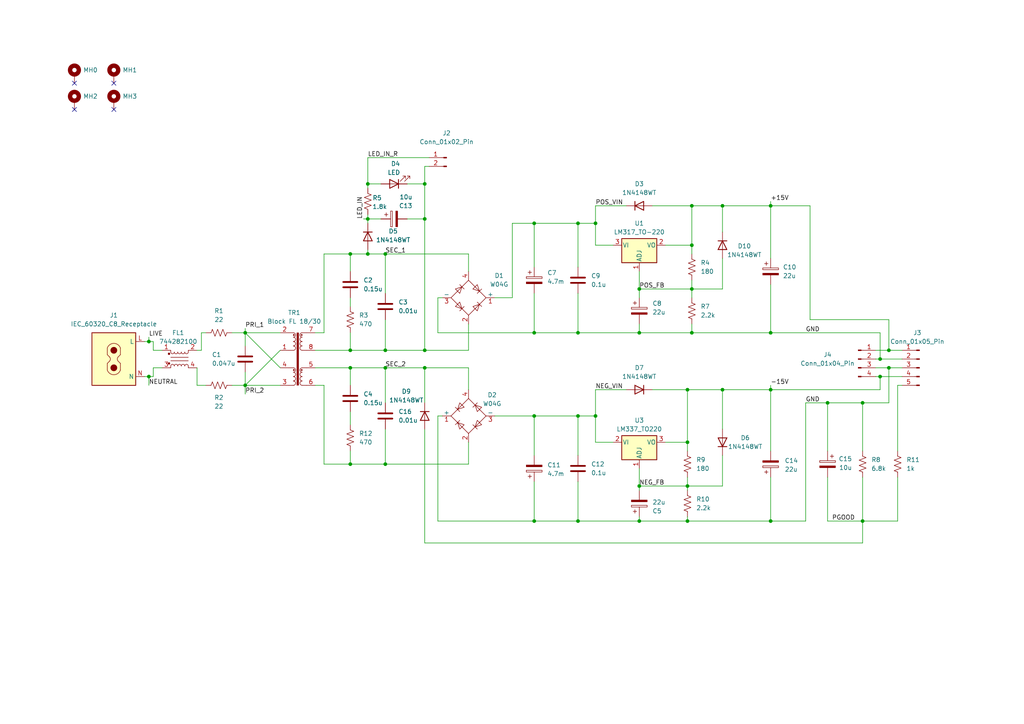
<source format=kicad_sch>
(kicad_sch (version 20231120) (generator "eeschema") (generator_version "8.0")
  (paper "A4")
  (title_block (title "+/-15V Reference PSU") (date "2024-12-22") (rev "A") (comment 1 "Schematic drawn from Omicron Amplifier by alexcp"))
  (lib_symbols
    (symbol "Connector:Conn_01x02_Pin" (pin_names (offset 1.016) hide)
      (property "Reference" "J" (at 0 2.54 0))
      (property "Value" "Conn_01x02_Pin" (at 0 -5.08 0))
      (symbol "Conn_01x02_Pin_1_1"
        (polyline (pts (xy 1.27 -2.54) (xy 0.8636 -2.54)) (stroke (width 0.1524)))
        (polyline (pts (xy 1.27 0) (xy 0.8636 0)) (stroke (width 0.1524)))
        (rectangle (start 0.8636 -2.413) (end 0 -2.667) (stroke (width 0.1524)) (fill (type outline)))
        (rectangle (start 0.8636 0.127) (end 0 -0.127) (stroke (width 0.1524)) (fill (type outline)))
        (pin passive line (at 5.08 0 180) (length 3.81) (name "Pin_1") (number "1"))
        (pin passive line (at 5.08 -2.54 180) (length 3.81) (name "Pin_2") (number "2"))
      )
    )
    (symbol "Connector:Conn_01x04_Pin" (pin_names (offset 1.016) hide)
      (property "Reference" "J" (at 0 5.08 0))
      (property "Value" "Conn_01x04_Pin" (at 0 -7.62 0))
      (symbol "Conn_01x04_Pin_1_1"
        (polyline (pts (xy 1.27 -5.08) (xy 0.8636 -5.08)) (stroke (width 0.1524)))
        (polyline (pts (xy 1.27 -2.54) (xy 0.8636 -2.54)) (stroke (width 0.1524)))
        (polyline (pts (xy 1.27 0) (xy 0.8636 0)) (stroke (width 0.1524)))
        (polyline (pts (xy 1.27 2.54) (xy 0.8636 2.54)) (stroke (width 0.1524)))
        (rectangle (start 0.8636 -4.953) (end 0 -5.207) (stroke (width 0.1524)) (fill (type outline)))
        (rectangle (start 0.8636 -2.413) (end 0 -2.667) (stroke (width 0.1524)) (fill (type outline)))
        (rectangle (start 0.8636 0.127) (end 0 -0.127) (stroke (width 0.1524)) (fill (type outline)))
        (rectangle (start 0.8636 2.667) (end 0 2.413) (stroke (width 0.1524)) (fill (type outline)))
        (pin passive line (at 5.08 2.54 180) (length 3.81) (name "Pin_1") (number "1"))
        (pin passive line (at 5.08 0 180) (length 3.81) (name "Pin_2") (number "2"))
        (pin passive line (at 5.08 -2.54 180) (length 3.81) (name "Pin_3") (number "3"))
        (pin passive line (at 5.08 -5.08 180) (length 3.81) (name "Pin_4") (number "4"))
      )
    )
    (symbol "Connector:Conn_01x05_Pin" (pin_names (offset 1.016) hide)
      (property "Reference" "J" (at 0 7.62 0))
      (property "Value" "Conn_01x05_Pin" (at 0 -7.62 0))
      (symbol "Conn_01x05_Pin_1_1"
        (polyline (pts (xy 1.27 -5.08) (xy 0.8636 -5.08)) (stroke (width 0.1524)))
        (polyline (pts (xy 1.27 -2.54) (xy 0.8636 -2.54)) (stroke (width 0.1524)))
        (polyline (pts (xy 1.27 0) (xy 0.8636 0)) (stroke (width 0.1524)))
        (polyline (pts (xy 1.27 2.54) (xy 0.8636 2.54)) (stroke (width 0.1524)))
        (polyline (pts (xy 1.27 5.08) (xy 0.8636 5.08)) (stroke (width 0.1524)))
        (rectangle (start 0.8636 -4.953) (end 0 -5.207) (stroke (width 0.1524)) (fill (type outline)))
        (rectangle (start 0.8636 -2.413) (end 0 -2.667) (stroke (width 0.1524)) (fill (type outline)))
        (rectangle (start 0.8636 0.127) (end 0 -0.127) (stroke (width 0.1524)) (fill (type outline)))
        (rectangle (start 0.8636 2.667) (end 0 2.413) (stroke (width 0.1524)) (fill (type outline)))
        (rectangle (start 0.8636 5.207) (end 0 4.953) (stroke (width 0.1524)) (fill (type outline)))
        (pin passive line (at 5.08 5.08 180) (length 3.81) (name "Pin_1") (number "1"))
        (pin passive line (at 5.08 2.54 180) (length 3.81) (name "Pin_2") (number "2"))
        (pin passive line (at 5.08 0 180) (length 3.81) (name "Pin_3") (number "3"))
        (pin passive line (at 5.08 -2.54 180) (length 3.81) (name "Pin_4") (number "4"))
        (pin passive line (at 5.08 -5.08 180) (length 3.81) (name "Pin_5") (number "5"))
      )
    )
    (symbol "Connector_1:IEC_60320_C8_Receptacle"
      (property "Reference" "J1" (at 0 12.7 0))
      (property "Value" "IEC_60320_C8_Receptacle" (at 0 10.16 0))
      (symbol "IEC_60320_C8_Receptacle_0_1"
        (arc (start -1.905 -3.175) (mid 0 -4.548) (end 1.905 -3.175))
        (arc (start -1.27 -0.635) (mid -1.007 0) (end -1.27 0.635))
        (polyline (pts (xy -1.905 -1.27) (xy -1.905 -3.175)))
        (polyline (pts (xy -1.905 1.27) (xy -1.905 3.175)))
        (polyline (pts (xy -1.27 -0.635) (xy -1.905 -1.27)))
        (polyline (pts (xy 1.27 -0.635) (xy 1.905 -1.27)))
        (polyline (pts (xy 1.27 0.635) (xy 1.905 1.27)))
        (polyline (pts (xy 1.905 -1.27) (xy 1.905 -3.175)))
        (polyline (pts (xy 1.905 1.27) (xy 1.905 3.175)))
        (arc (start 1.27 0.635) (mid 1.007 0) (end 1.27 -0.635))
        (arc (start 1.905 3.175) (mid 0 4.548) (end -1.905 3.175))
      )
      (symbol "IEC_60320_C8_Receptacle_1_1"
        (circle (center 0 -2.54) (radius 0.898) (fill (type outline)))
        (polyline (pts (xy -1.27 0.635) (xy -1.905 1.27)) (fill (type background)))
        (polyline (pts (xy -6.35 7.62) (xy 6.35 7.62) (xy 6.35 -7.62) (xy -6.35 -7.62) (xy -6.35 7.62)) (stroke (width 0.254)) (fill (type background)))
        (circle (center 0 2.54) (radius 0.898) (fill (type outline)))
        (pin power_in line (at 8.89 5.08 180) (length 2.54) (name "L") (number "L"))
        (pin power_in line (at 8.89 -5.08 180) (length 2.54) (name "N") (number "N"))
      )
    )
    (symbol "Device:C" (pin_numbers hide) (pin_names (offset 0.254))
      (property "Reference" "C" (at 0.635 2.54 0))
      (property "Value" "C" (at 0.635 -2.54 0))
      (symbol "C_0_1"
        (polyline (pts (xy -2.032 -0.762) (xy 2.032 -0.762)) (stroke (width 0.508)))
        (polyline (pts (xy -2.032 0.762) (xy 2.032 0.762)) (stroke (width 0.508)))
      )
      (symbol "C_1_1"
        (pin passive line (at 0 3.81 270) (length 2.794) (name "~") (number "1"))
        (pin passive line (at 0 -3.81 90) (length 2.794) (name "~") (number "2"))
      )
    )
    (symbol "Device:C_Polarized" (pin_numbers hide) (pin_names (offset 0.254))
      (property "Reference" "C" (at 0.635 2.54 0))
      (property "Value" "C_Polarized" (at 0.635 -2.54 0))
      (symbol "C_Polarized_0_1"
        (rectangle (start -2.286 0.508) (end 2.286 1.016))
        (polyline (pts (xy -1.778 2.286) (xy -0.762 2.286)))
        (polyline (pts (xy -1.27 2.794) (xy -1.27 1.778)))
        (rectangle (start 2.286 -0.508) (end -2.286 -1.016) (fill (type outline)))
      )
      (symbol "C_Polarized_1_1"
        (pin passive line (at 0 3.81 270) (length 2.794) (name "~") (number "1"))
        (pin passive line (at 0 -3.81 90) (length 2.794) (name "~") (number "2"))
      )
    )
    (symbol "Device:LED" (pin_numbers hide) (pin_names (offset 1.016) hide)
      (property "Reference" "D" (at 0 2.54 0))
      (property "Value" "LED" (at 0 -2.54 0))
      (symbol "LED_0_1"
        (polyline (pts (xy -1.27 -1.27) (xy -1.27 1.27)) (stroke (width 0.254)))
        (polyline (pts (xy -1.27 0) (xy 1.27 0)))
        (polyline (pts (xy 1.27 -1.27) (xy 1.27 1.27) (xy -1.27 0) (xy 1.27 -1.27)) (stroke (width 0.254)))
        (polyline (pts (xy -3.048 -0.762) (xy -4.572 -2.286) (xy -3.81 -2.286) (xy -4.572 -2.286) (xy -4.572 -1.524)))
        (polyline (pts (xy -1.778 -0.762) (xy -3.302 -2.286) (xy -2.54 -2.286) (xy -3.302 -2.286) (xy -3.302 -1.524)))
      )
      (symbol "LED_1_1"
        (pin passive line (at -3.81 0 0) (length 2.54) (name "K") (number "1"))
        (pin passive line (at 3.81 0 180) (length 2.54) (name "A") (number "2"))
      )
    )
    (symbol "Device:R_US" (pin_numbers hide) (pin_names (offset 0))
      (property "Reference" "R" (at 2.54 0 90))
      (property "Value" "R_US" (at -2.54 0 90))
      (symbol "R_US_0_1"
        (polyline (pts (xy 0 -2.286) (xy 0 -2.54)))
        (polyline (pts (xy 0 2.286) (xy 0 2.54)))
        (polyline (pts (xy 0 -0.762) (xy 1.016 -1.143) (xy 0 -1.524) (xy -1.016 -1.905) (xy 0 -2.286)))
        (polyline (pts (xy 0 0.762) (xy 1.016 0.381) (xy 0 0) (xy -1.016 -0.381) (xy 0 -0.762)))
        (polyline (pts (xy 0 2.286) (xy 1.016 1.905) (xy 0 1.524) (xy -1.016 1.143) (xy 0 0.762)))
      )
      (symbol "R_US_1_1"
        (pin passive line (at 0 3.81 270) (length 1.27) (name "~") (number "1"))
        (pin passive line (at 0 -3.81 90) (length 1.27) (name "~") (number "2"))
      )
    )
    (symbol "Diode:1N4148WT" (pin_numbers hide) (pin_names hide)
      (property "Reference" "D" (at 0 2.54 0))
      (property "Value" "1N4148WT" (at 0 -2.54 0))
      (symbol "1N4148WT_0_1"
        (polyline (pts (xy -1.27 1.27) (xy -1.27 -1.27)) (stroke (width 0.254)))
        (polyline (pts (xy 1.27 0) (xy -1.27 0)))
        (polyline (pts (xy 1.27 1.27) (xy 1.27 -1.27) (xy -1.27 0) (xy 1.27 1.27)) (stroke (width 0.254)))
      )
      (symbol "1N4148WT_1_1"
        (pin passive line (at -3.81 0 0) (length 2.54) (name "K") (number "1"))
        (pin passive line (at 3.81 0 180) (length 2.54) (name "A") (number "2"))
      )
    )
    (symbol "Diode_Bridge:W01G" (pin_names (offset 0))
      (property "Reference" "D" (at 2.54 6.985 0))
      (property "Value" "W01G" (at 2.54 5.08 0))
      (symbol "W01G_0_1"
        (polyline (pts (xy -2.54 3.81) (xy -1.27 2.54)))
        (polyline (pts (xy -1.27 -2.54) (xy -2.54 -3.81)))
        (polyline (pts (xy 2.54 -1.27) (xy 3.81 -2.54)))
        (polyline (pts (xy 2.54 1.27) (xy 3.81 2.54)))
        (polyline (pts (xy -3.81 2.54) (xy -2.54 1.27) (xy -1.905 3.175) (xy -3.81 2.54)))
        (polyline (pts (xy -2.54 -1.27) (xy -3.81 -2.54) (xy -1.905 -3.175) (xy -2.54 -1.27)))
        (polyline (pts (xy 1.27 2.54) (xy 2.54 3.81) (xy 3.175 1.905) (xy 1.27 2.54)))
        (polyline (pts (xy 3.175 -1.905) (xy 1.27 -2.54) (xy 2.54 -3.81) (xy 3.175 -1.905)))
        (polyline (pts (xy -5.08 0) (xy 0 -5.08) (xy 5.08 0) (xy 0 5.08) (xy -5.08 0)))
      )
      (symbol "W01G_1_1"
        (pin passive line (at 7.62 0 180) (length 2.54) (name "+") (number "1"))
        (pin passive line (at 0 -7.62 90) (length 2.54) (name "~") (number "2"))
        (pin passive line (at -7.62 0 0) (length 2.54) (name "-") (number "3"))
        (pin passive line (at 0 7.62 270) (length 2.54) (name "~") (number "4"))
      )
    )
    (symbol "Filter:Choke_Schaffner_RN102-2-02-1M1" (pin_names hide)
      (property "Reference" "FL" (at 0 5.08 0))
      (property "Value" "Choke_Schaffner_RN102-2-02-1M1" (at 0 -5.08 0))
      (symbol "Choke_Schaffner_RN102-2-02-1M1_1_1"
        (circle (center -3.048 -1.27) (radius 0.254) (fill (type outline)))
        (circle (center -3.048 1.524) (radius 0.254) (fill (type outline)))
        (arc (start -2.54 2.032) (mid -2.032 1.5262) (end -1.524 2.032))
        (arc (start -1.524 -2.032) (mid -2.032 -1.5262) (end -2.54 -2.032))
        (arc (start -1.524 2.032) (mid -1.016 1.5262) (end -0.508 2.032))
        (arc (start -0.508 -2.032) (mid -1.016 -1.5262) (end -1.524 -2.032))
        (arc (start -0.508 2.032) (mid 0 1.5262) (end 0.508 2.032))
        (polyline (pts (xy -2.54 -2.032) (xy -2.54 -2.54)))
        (polyline (pts (xy -2.54 0.508) (xy 2.54 0.508)))
        (polyline (pts (xy -2.54 2.032) (xy -2.54 2.54)))
        (polyline (pts (xy 2.54 -2.032) (xy 2.54 -2.54)))
        (polyline (pts (xy 2.54 -0.508) (xy -2.54 -0.508)))
        (polyline (pts (xy 2.54 2.54) (xy 2.54 2.032)))
        (arc (start 0.508 -2.032) (mid 0 -1.5262) (end -0.508 -2.032))
        (arc (start 0.508 2.032) (mid 1.016 1.5262) (end 1.524 2.032))
        (arc (start 1.524 -2.032) (mid 1.016 -1.5262) (end 0.508 -2.032))
        (arc (start 1.524 2.032) (mid 2.032 1.5262) (end 2.54 2.032))
        (arc (start 2.54 -2.032) (mid 2.032 -1.5262) (end 1.524 -2.032))
        (pin passive line (at -5.08 2.54 0) (length 2.54) (name "1") (number "1"))
        (pin passive line (at 5.08 2.54 180) (length 2.54) (name "2") (number "2"))
        (pin passive line (at -5.08 -2.54 0) (length 2.54) (name "3") (number "3"))
        (pin passive line (at 5.08 -2.54 180) (length 2.54) (name "4") (number "4"))
      )
    )
    (symbol "Mechanical:MountingHole_Pad" (pin_numbers hide) (pin_names (offset 1.016) hide) (exclude_from_sim yes) (in_bom no)
      (property "Reference" "H" (at 0 6.35 0))
      (property "Value" "MountingHole_Pad" (at 0 4.445 0))
      (symbol "MountingHole_Pad_0_1"
        (circle (center 0 1.27) (radius 1.27) (stroke (width 1.27)))
      )
      (symbol "MountingHole_Pad_1_1"
        (pin input line (at 0 -2.54 90) (length 2.54) (name "1") (number "1"))
      )
    )
    (symbol "Regulator_Linear:LM317_TO-220" (pin_names (offset 0.254))
      (property "Reference" "U" (at -3.81 3.175 0))
      (property "Value" "LM317_TO-220" (at 0 3.175 0))
      (symbol "LM317_TO-220_0_1"
        (rectangle (start -5.08 1.905) (end 5.08 -5.08) (stroke (width 0.254)) (fill (type background)))
      )
      (symbol "LM317_TO-220_1_1"
        (pin input line (at 0 -7.62 90) (length 2.54) (name "ADJ") (number "1"))
        (pin power_out line (at 7.62 0 180) (length 2.54) (name "VO") (number "2"))
        (pin power_in line (at -7.62 0 0) (length 2.54) (name "VI") (number "3"))
      )
    )
    (symbol "Regulator_Linear:LM337_TO220" (pin_names (offset 0.254))
      (property "Reference" "U" (at -3.81 -3.175 0))
      (property "Value" "LM337_TO220" (at 0 -3.175 0))
      (symbol "LM337_TO220_0_1"
        (rectangle (start -5.08 5.08) (end 5.08 -1.905) (stroke (width 0.254)) (fill (type background)))
      )
      (symbol "LM337_TO220_1_1"
        (pin input line (at 0 7.62 270) (length 2.54) (name "ADJ") (number "1"))
        (pin power_in line (at -7.62 0 0) (length 2.54) (name "VI") (number "2"))
        (pin power_out line (at 7.62 0 180) (length 2.54) (name "VO") (number "3"))
      )
    )
    (symbol "Transformer:Wuerth_760871131"
      (property "Reference" "TR1" (at 0 13.462 0))
      (property "Value" "Block FL 18/30" (at 0 10.922 0))
      (symbol "Wuerth_760871131_0_1"
        (arc (start -1.27 -7.62) (mid -0.6377 -6.985) (end -1.27 -6.35))
        (arc (start -1.27 -6.35) (mid -0.6377 -5.715) (end -1.27 -5.08))
        (arc (start -1.27 2.54) (mid -0.6377 3.175) (end -1.27 3.81))
        (arc (start -1.27 3.81) (mid -0.6377 4.445) (end -1.27 5.08))
        (rectangle (start -0.254 7.62) (end 0.254 -7.62) (stroke (width 0.0254)) (fill (type outline)))
        (polyline (pts (xy -2.54 -7.62) (xy -1.27 -7.62)))
        (polyline (pts (xy -2.54 -2.54) (xy -1.27 -2.54)))
        (polyline (pts (xy -2.54 2.54) (xy -1.27 2.54)))
        (polyline (pts (xy -2.54 7.62) (xy -1.27 7.62)))
        (polyline (pts (xy 1.27 -7.62) (xy 2.54 -7.62)))
        (polyline (pts (xy 1.27 -2.54) (xy 2.54 -2.54)))
        (polyline (pts (xy 1.27 2.54) (xy 2.54 2.54)))
        (polyline (pts (xy 1.27 7.62) (xy 2.54 7.62)))
      )
      (symbol "Wuerth_760871131_1_1"
        (arc (start -1.27 -5.08) (mid -0.6377 -4.445) (end -1.27 -3.81))
        (arc (start -1.27 -3.81) (mid -0.6377 -3.175) (end -1.27 -2.54))
        (arc (start -1.27 5.08) (mid -0.6377 5.715) (end -1.27 6.35))
        (arc (start -1.27 6.35) (mid -0.6377 6.985) (end -1.27 7.62))
        (circle (center -1.143 -3.175) (radius 0.127) (stroke (width 0.254)))
        (circle (center -1.143 6.985) (radius 0.127) (stroke (width 0.254)))
        (circle (center 1.143 -3.175) (radius 0.127) (stroke (width 0.254)))
        (circle (center 1.143 6.985) (radius 0.127) (stroke (width 0.254)))
        (arc (start 1.27 -6.35) (mid 0.6377 -6.985) (end 1.27 -7.62))
        (arc (start 1.27 -5.08) (mid 0.6377 -5.715) (end 1.27 -6.35))
        (arc (start 1.27 -3.81) (mid 0.6377 -4.445) (end 1.27 -5.08))
        (arc (start 1.27 -2.54) (mid 0.6377 -3.175) (end 1.27 -3.81))
        (arc (start 1.27 3.81) (mid 0.6377 3.175) (end 1.27 2.54))
        (arc (start 1.27 5.08) (mid 0.6377 4.445) (end 1.27 3.81))
        (arc (start 1.27 6.35) (mid 0.6377 5.715) (end 1.27 5.08))
        (arc (start 1.27 7.62) (mid 0.6377 6.985) (end 1.27 6.35))
        (pin passive line (at -5.08 2.54 0) (length 2.54) (name "~") (number "1"))
        (pin passive line (at -5.08 7.62 0) (length 2.54) (name "~") (number "2"))
        (pin passive line (at -5.08 -7.62 0) (length 2.54) (name "~") (number "3"))
        (pin passive line (at -5.08 -2.54 0) (length 2.54) (name "~") (number "4"))
        (pin passive line (at 5.08 -2.54 180) (length 2.54) (name "~") (number "5"))
        (pin passive line (at 5.08 -7.62 180) (length 2.54) (name "~") (number "6"))
        (pin passive line (at 5.08 7.62 180) (length 2.54) (name "~") (number "7"))
        (pin passive line (at 5.08 2.54 180) (length 2.54) (name "~") (number "8"))
      )
    )
  )
  (junction (at 250.19 151.13))
  (junction (at 71.12 96.52))
  (junction (at 106.68 73.66))
  (junction (at 106.68 63.5))
  (junction (at 111.76 73.66))
  (junction (at 123.19 53.34))
  (junction (at 172.72 120.65))
  (junction (at 123.19 101.6))
  (junction (at 106.68 53.34))
  (junction (at 223.52 151.13))
  (junction (at 200.66 83.82))
  (junction (at 167.64 151.13))
  (junction (at 223.52 96.52))
  (junction (at 111.76 134.62))
  (junction (at 200.66 71.12))
  (junction (at 257.81 106.68))
  (junction (at 111.76 101.6))
  (junction (at 199.39 151.13))
  (junction (at 43.18 109.22))
  (junction (at 154.94 120.65))
  (junction (at 101.6 73.66))
  (junction (at 71.12 111.76))
  (junction (at 101.6 101.6))
  (junction (at 167.64 96.52))
  (junction (at 257.81 101.6))
  (junction (at 185.42 151.13))
  (junction (at 43.18 99.06))
  (junction (at 154.94 64.77))
  (junction (at 199.39 128.27))
  (junction (at 101.6 134.62))
  (junction (at 185.42 83.82))
  (junction (at 223.52 113.03))
  (junction (at 255.27 109.22))
  (junction (at 123.19 106.68))
  (junction (at 240.03 116.84))
  (junction (at 209.55 113.03))
  (junction (at 250.19 116.84))
  (junction (at 167.64 120.65))
  (junction (at 255.27 104.14))
  (junction (at 185.42 140.97))
  (junction (at 199.39 113.03))
  (junction (at 209.55 59.69))
  (junction (at 200.66 59.69))
  (junction (at 111.76 106.68))
  (junction (at 167.64 64.77))
  (junction (at 154.94 96.52))
  (junction (at 199.39 140.97))
  (junction (at 101.6 106.68))
  (junction (at 172.72 64.77))
  (junction (at 123.19 63.5))
  (junction (at 223.52 59.69))
  (junction (at 154.94 151.13))
  (junction (at 185.42 96.52))
  (junction (at 200.66 96.52))
  (no_connect (at 21.59 31.75))
  (no_connect (at 21.59 24.13))
  (no_connect (at 33.02 24.13))
  (no_connect (at 33.02 31.75))
  (wire (pts (xy 111.76 73.66) (xy 111.76 85.09)))
  (wire (pts (xy 172.72 128.27) (xy 177.8 128.27)))
  (wire (pts (xy 199.39 113.03) (xy 199.39 128.27)))
  (wire (pts (xy 106.68 63.5) (xy 106.68 62.23)))
  (wire (pts (xy 240.03 116.84) (xy 250.19 116.84)))
  (wire (pts (xy 250.19 151.13) (xy 250.19 157.48)))
  (wire (pts (xy 234.95 59.69) (xy 234.95 92.71)))
  (wire (pts (xy 154.94 64.77) (xy 154.94 77.47)))
  (wire (pts (xy 257.81 106.68) (xy 257.81 116.84)))
  (wire (pts (xy 148.59 86.36) (xy 143.51 86.36)))
  (wire (pts (xy 199.39 130.81) (xy 199.39 128.27)))
  (wire (pts (xy 41.91 109.22) (xy 43.18 109.22)))
  (wire (pts (xy 57.15 106.68) (xy 57.15 111.76)))
  (wire (pts (xy 199.39 149.86) (xy 199.39 151.13)))
  (wire (pts (xy 250.19 116.84) (xy 257.81 116.84)))
  (wire (pts (xy 209.55 67.31) (xy 209.55 59.69)))
  (wire (pts (xy 71.12 107.95) (xy 71.12 111.76)))
  (wire (pts (xy 255.27 109.22) (xy 261.62 109.22)))
  (wire (pts (xy 43.18 97.79) (xy 43.18 99.06)))
  (wire (pts (xy 127 86.36) (xy 127 96.52)))
  (wire (pts (xy 185.42 83.82) (xy 185.42 86.36)))
  (wire (pts (xy 185.42 96.52) (xy 200.66 96.52)))
  (wire (pts (xy 185.42 149.86) (xy 185.42 151.13)))
  (wire (pts (xy 111.76 106.68) (xy 101.6 106.68)))
  (wire (pts (xy 127 120.65) (xy 128.27 120.65)))
  (wire (pts (xy 257.81 101.6) (xy 254 101.6)))
  (wire (pts (xy 71.12 114.3) (xy 71.12 111.76)))
  (wire (pts (xy 200.66 83.82) (xy 209.55 83.82)))
  (wire (pts (xy 223.52 138.43) (xy 223.52 151.13)))
  (wire (pts (xy 223.52 113.03) (xy 255.27 113.03)))
  (wire (pts (xy 200.66 59.69) (xy 189.23 59.69)))
  (wire (pts (xy 123.19 101.6) (xy 135.89 101.6)))
  (wire (pts (xy 91.44 96.52) (xy 93.98 96.52)))
  (wire (pts (xy 167.64 64.77) (xy 167.64 77.47)))
  (wire (pts (xy 154.94 64.77) (xy 167.64 64.77)))
  (wire (pts (xy 167.64 64.77) (xy 172.72 64.77)))
  (wire (pts (xy 240.03 116.84) (xy 240.03 130.81)))
  (wire (pts (xy 43.18 109.22) (xy 43.18 111.76)))
  (wire (pts (xy 111.76 124.46) (xy 111.76 134.62)))
  (wire (pts (xy 58.42 101.6) (xy 57.15 101.6)))
  (wire (pts (xy 172.72 120.65) (xy 172.72 128.27)))
  (wire (pts (xy 185.42 140.97) (xy 199.39 140.97)))
  (wire (pts (xy 260.35 151.13) (xy 260.35 138.43)))
  (wire (pts (xy 185.42 78.74) (xy 185.42 83.82)))
  (wire (pts (xy 110.49 53.34) (xy 106.68 53.34)))
  (wire (pts (xy 167.64 151.13) (xy 185.42 151.13)))
  (wire (pts (xy 240.03 138.43) (xy 240.03 151.13)))
  (wire (pts (xy 209.55 59.69) (xy 200.66 59.69)))
  (wire (pts (xy 127 120.65) (xy 127 151.13)))
  (wire (pts (xy 106.68 45.72) (xy 106.68 53.34)))
  (wire (pts (xy 223.52 96.52) (xy 223.52 82.55)))
  (wire (pts (xy 200.66 93.98) (xy 200.66 96.52)))
  (wire (pts (xy 111.76 92.71) (xy 111.76 101.6)))
  (wire (pts (xy 154.94 96.52) (xy 167.64 96.52)))
  (wire (pts (xy 123.19 53.34) (xy 123.19 63.5)))
  (wire (pts (xy 43.18 109.22) (xy 44.45 109.22)))
  (wire (pts (xy 106.68 72.39) (xy 106.68 73.66)))
  (wire (pts (xy 71.12 100.33) (xy 71.12 96.52)))
  (wire (pts (xy 93.98 96.52) (xy 93.98 73.66)))
  (wire (pts (xy 123.19 48.26) (xy 123.19 53.34)))
  (wire (pts (xy 199.39 138.43) (xy 199.39 140.97)))
  (wire (pts (xy 257.81 92.71) (xy 257.81 101.6)))
  (wire (pts (xy 71.12 95.25) (xy 71.12 96.52)))
  (wire (pts (xy 91.44 106.68) (xy 101.6 106.68)))
  (wire (pts (xy 193.04 128.27) (xy 199.39 128.27)))
  (wire (pts (xy 106.68 73.66) (xy 111.76 73.66)))
  (wire (pts (xy 101.6 101.6) (xy 111.76 101.6)))
  (wire (pts (xy 111.76 73.66) (xy 135.89 73.66)))
  (wire (pts (xy 181.61 113.03) (xy 172.72 113.03)))
  (wire (pts (xy 255.27 109.22) (xy 255.27 113.03)))
  (wire (pts (xy 233.68 116.84) (xy 233.68 151.13)))
  (wire (pts (xy 200.66 81.28) (xy 200.66 83.82)))
  (wire (pts (xy 123.19 63.5) (xy 118.11 63.5)))
  (wire (pts (xy 223.52 58.42) (xy 223.52 59.69)))
  (wire (pts (xy 167.64 139.7) (xy 167.64 151.13)))
  (wire (pts (xy 127 86.36) (xy 128.27 86.36)))
  (wire (pts (xy 41.91 99.06) (xy 43.18 99.06)))
  (wire (pts (xy 123.19 157.48) (xy 250.19 157.48)))
  (wire (pts (xy 223.52 59.69) (xy 234.95 59.69)))
  (wire (pts (xy 111.76 106.68) (xy 123.19 106.68)))
  (wire (pts (xy 101.6 96.52) (xy 101.6 101.6)))
  (wire (pts (xy 167.64 120.65) (xy 167.64 132.08)))
  (wire (pts (xy 209.55 113.03) (xy 209.55 124.46)))
  (wire (pts (xy 223.52 111.76) (xy 223.52 113.03)))
  (wire (pts (xy 123.19 48.26) (xy 124.46 48.26)))
  (wire (pts (xy 185.42 93.98) (xy 185.42 96.52)))
  (wire (pts (xy 127 151.13) (xy 154.94 151.13)))
  (wire (pts (xy 91.44 101.6) (xy 101.6 101.6)))
  (wire (pts (xy 135.89 78.74) (xy 135.89 73.66)))
  (wire (pts (xy 101.6 130.81) (xy 101.6 134.62)))
  (wire (pts (xy 123.19 106.68) (xy 135.89 106.68)))
  (wire (pts (xy 123.19 106.68) (xy 123.19 116.84)))
  (wire (pts (xy 44.45 109.22) (xy 44.45 106.68)))
  (wire (pts (xy 135.89 113.03) (xy 135.89 106.68)))
  (wire (pts (xy 148.59 64.77) (xy 148.59 86.36)))
  (wire (pts (xy 255.27 96.52) (xy 255.27 104.14)))
  (wire (pts (xy 257.81 101.6) (xy 261.62 101.6)))
  (wire (pts (xy 46.99 106.68) (xy 44.45 106.68)))
  (wire (pts (xy 167.64 85.09) (xy 167.64 96.52)))
  (wire (pts (xy 200.66 73.66) (xy 200.66 71.12)))
  (wire (pts (xy 71.12 111.76) (xy 81.28 111.76)))
  (wire (pts (xy 106.68 53.34) (xy 106.68 54.61)))
  (wire (pts (xy 58.42 96.52) (xy 58.42 101.6)))
  (wire (pts (xy 111.76 106.68) (xy 111.76 116.84)))
  (wire (pts (xy 172.72 113.03) (xy 172.72 120.65)))
  (wire (pts (xy 223.52 96.52) (xy 255.27 96.52)))
  (wire (pts (xy 240.03 151.13) (xy 250.19 151.13)))
  (wire (pts (xy 154.94 120.65) (xy 167.64 120.65)))
  (wire (pts (xy 101.6 73.66) (xy 101.6 78.74)))
  (wire (pts (xy 172.72 64.77) (xy 172.72 71.12)))
  (wire (pts (xy 257.81 106.68) (xy 254 106.68)))
  (wire (pts (xy 257.81 106.68) (xy 261.62 106.68)))
  (wire (pts (xy 106.68 63.5) (xy 106.68 64.77)))
  (wire (pts (xy 255.27 104.14) (xy 261.62 104.14)))
  (wire (pts (xy 101.6 73.66) (xy 106.68 73.66)))
  (wire (pts (xy 148.59 64.77) (xy 154.94 64.77)))
  (wire (pts (xy 193.04 71.12) (xy 200.66 71.12)))
  (wire (pts (xy 200.66 83.82) (xy 185.42 83.82)))
  (wire (pts (xy 71.12 96.52) (xy 81.28 96.52)))
  (wire (pts (xy 185.42 151.13) (xy 199.39 151.13)))
  (wire (pts (xy 260.35 111.76) (xy 260.35 130.81)))
  (wire (pts (xy 223.52 151.13) (xy 233.68 151.13)))
  (wire (pts (xy 250.19 151.13) (xy 260.35 151.13)))
  (wire (pts (xy 254 109.22) (xy 255.27 109.22)))
  (wire (pts (xy 200.66 83.82) (xy 200.66 86.36)))
  (wire (pts (xy 123.19 63.5) (xy 123.19 101.6)))
  (wire (pts (xy 167.64 120.65) (xy 172.72 120.65)))
  (wire (pts (xy 223.52 74.93) (xy 223.52 59.69)))
  (wire (pts (xy 199.39 113.03) (xy 209.55 113.03)))
  (wire (pts (xy 181.61 59.69) (xy 172.72 59.69)))
  (wire (pts (xy 93.98 73.66) (xy 101.6 73.66)))
  (wire (pts (xy 199.39 140.97) (xy 199.39 142.24)))
  (wire (pts (xy 154.94 151.13) (xy 167.64 151.13)))
  (wire (pts (xy 185.42 135.89) (xy 185.42 140.97)))
  (wire (pts (xy 199.39 151.13) (xy 223.52 151.13)))
  (wire (pts (xy 185.42 140.97) (xy 185.42 142.24)))
  (wire (pts (xy 111.76 101.6) (xy 123.19 101.6)))
  (wire (pts (xy 101.6 119.38) (xy 101.6 123.19)))
  (wire (pts (xy 43.18 99.06) (xy 44.45 99.06)))
  (wire (pts (xy 111.76 134.62) (xy 135.89 134.62)))
  (wire (pts (xy 135.89 93.98) (xy 135.89 101.6)))
  (wire (pts (xy 250.19 138.43) (xy 250.19 151.13)))
  (wire (pts (xy 71.12 111.76) (xy 81.28 101.6)))
  (wire (pts (xy 101.6 111.76) (xy 101.6 106.68)))
  (wire (pts (xy 127 96.52) (xy 154.94 96.52)))
  (wire (pts (xy 44.45 101.6) (xy 46.99 101.6)))
  (wire (pts (xy 260.35 111.76) (xy 261.62 111.76)))
  (wire (pts (xy 200.66 96.52) (xy 223.52 96.52)))
  (wire (pts (xy 67.31 96.52) (xy 71.12 96.52)))
  (wire (pts (xy 110.49 63.5) (xy 106.68 63.5)))
  (wire (pts (xy 93.98 134.62) (xy 101.6 134.62)))
  (wire (pts (xy 154.94 85.09) (xy 154.94 96.52)))
  (wire (pts (xy 101.6 86.36) (xy 101.6 88.9)))
  (wire (pts (xy 209.55 113.03) (xy 223.52 113.03)))
  (wire (pts (xy 143.51 120.65) (xy 154.94 120.65)))
  (wire (pts (xy 172.72 71.12) (xy 177.8 71.12)))
  (wire (pts (xy 106.68 45.72) (xy 124.46 45.72)))
  (wire (pts (xy 123.19 157.48) (xy 123.19 124.46)))
  (wire (pts (xy 234.95 92.71) (xy 257.81 92.71)))
  (wire (pts (xy 172.72 59.69) (xy 172.72 64.77)))
  (wire (pts (xy 93.98 134.62) (xy 93.98 111.76)))
  (wire (pts (xy 154.94 120.65) (xy 154.94 132.08)))
  (wire (pts (xy 200.66 71.12) (xy 200.66 59.69)))
  (wire (pts (xy 223.52 113.03) (xy 223.52 130.81)))
  (wire (pts (xy 101.6 134.62) (xy 111.76 134.62)))
  (wire (pts (xy 209.55 140.97) (xy 209.55 132.08)))
  (wire (pts (xy 44.45 99.06) (xy 44.45 101.6)))
  (wire (pts (xy 81.28 106.68) (xy 71.12 96.52)))
  (wire (pts (xy 199.39 140.97) (xy 209.55 140.97)))
  (wire (pts (xy 59.69 96.52) (xy 58.42 96.52)))
  (wire (pts (xy 233.68 116.84) (xy 240.03 116.84)))
  (wire (pts (xy 105.41 63.5) (xy 106.68 63.5)))
  (wire (pts (xy 250.19 116.84) (xy 250.19 130.81)))
  (wire (pts (xy 254 104.14) (xy 255.27 104.14)))
  (wire (pts (xy 57.15 111.76) (xy 59.69 111.76)))
  (wire (pts (xy 123.19 53.34) (xy 118.11 53.34)))
  (wire (pts (xy 154.94 139.7) (xy 154.94 151.13)))
  (wire (pts (xy 91.44 111.76) (xy 93.98 111.76)))
  (wire (pts (xy 209.55 59.69) (xy 223.52 59.69)))
  (wire (pts (xy 167.64 96.52) (xy 185.42 96.52)))
  (wire (pts (xy 135.89 128.27) (xy 135.89 134.62)))
  (wire (pts (xy 67.31 111.76) (xy 71.12 111.76)))
  (wire (pts (xy 199.39 113.03) (xy 189.23 113.03)))
  (wire (pts (xy 209.55 83.82) (xy 209.55 74.93)))
  (label "-15V" (at 223.52 111.76 0))
  (label "NEUTRAL" (at 43.18 111.76 0))
  (label "LED_IN" (at 105.41 63.5 90))
  (label "PGOOD" (at 241.3 151.13 0))
  (label "+15V" (at 223.52 58.42 0))
  (label "LED_IN_R" (at 106.68 45.72 0))
  (label "POS_VIN" (at 172.72 59.69 0))
  (label "LIVE" (at 43.18 97.79 0))
  (label "GND" (at 233.68 96.52 0))
  (label "SEC_1" (at 111.76 73.66 0))
  (label "PRI_1" (at 71.12 95.25 0))
  (label "NEG_VIN" (at 172.72 113.03 0))
  (label "SEC_2" (at 111.76 106.68 0))
  (label "POS_FB" (at 185.42 83.82 0))
  (label "GND" (at 233.68 116.84 0))
  (label "NEG_FB" (at 185.42 140.97 0))
  (label "PRI_2" (at 71.12 114.3 0))
  (symbol (lib_id "Device:C_Polarized") (at 185.42 146.05 0) (mirror x) (unit 1)
    (property "Reference" "C5" (at 189.23 148.2091 0) (effects (justify left)))
    (property "Value" "22u" (at 189.23 145.6691 0) (effects (justify left)))
    (property "Footprint" "Capacitor_THT:CP_Radial_D5.0mm_P2.00mm" (effects (hide yes)))
    (property "Description" "860160672011" (effects (hide yes)))
  )
  (symbol (lib_id "Device:C") (at 101.6 115.57 0) (unit 1)
    (property "Reference" "C4" (at 105.41 114.2999 0) (effects (justify left)))
    (property "Value" "0.15u" (at 105.41 116.8399 0) (effects (justify left)))
    (property "Footprint" "Capacitor_THT:C_Rect_L10.3mm_W5.0mm_P7.50mm_MKS4" (effects (hide yes)))
    (property "Description" "890273322005CS" (effects (hide yes)))
  )
  (symbol (lib_id "Diode:1N4148WT") (at 209.55 128.27 270) (mirror x) (unit 1)
    (property "Reference" "D6" (at 216.154 127 90))
    (property "Value" "1N4148WT" (at 216.154 129.54 90))
    (property "Footprint" "Diode_SMD:D_SOD-123" (effects (hide yes)))
    (property "Description" "1N4148W-HG3_A-08" (effects (hide yes)))
  )
  (symbol (lib_id "Device:R_US") (at 200.66 90.17 0) (unit 1)
    (property "Reference" "R7" (at 203.2 88.8999 0) (effects (justify left)))
    (property "Value" "2.2k" (at 203.2 91.4399 0) (effects (justify left)))
    (property "Footprint" "Resistor_SMD:R_1206_3216Metric" (effects (hide yes)))
    (property "Description" "CR1206-FX-2201ELF" (effects (hide yes)))
  )
  (symbol (lib_id "Device:R_US") (at 199.39 134.62 0) (unit 1)
    (property "Reference" "R9" (at 201.93 133.3499 0) (effects (justify left)))
    (property "Value" "180" (at 201.93 135.8899 0) (effects (justify left)))
    (property "Footprint" "Resistor_SMD:R_1206_3216Metric" (effects (hide yes)))
    (property "Description" "CR1206-FX-1800ELF" (effects (hide yes)))
  )
  (symbol (lib_id "Diode:1N4148WT") (at 185.42 59.69 0) (mirror x) (unit 1)
    (property "Reference" "D3" (at 185.42 53.34 0))
    (property "Value" "1N4148WT" (at 185.42 55.88 0))
    (property "Footprint" "Diode_SMD:D_SOD-123" (effects (hide yes)))
    (property "Description" "1N4148W-HG3_A-08" (effects (hide yes)))
  )
  (symbol (lib_id "Transformer:Wuerth_760871131") (at 86.36 104.14 0) (unit 1)
    (property "Reference" "TR1" (at 85.344 90.678 0))
    (property "Value" "Block FL 18/30" (at 85.344 93.218 0))
    (property "Footprint" "local:FL18_30" (effects (hide yes)))
    (property "Description" "FL 18/30" (effects (hide yes)))
  )
  (symbol (lib_id "Connector:Conn_01x02_Pin") (at 129.54 45.72 0) (mirror y) (unit 1)
    (property "Reference" "J2" (at 129.54 38.608 0))
    (property "Value" "Conn_01x02_Pin" (at 129.54 41.148 0))
    (property "Footprint" "Connector_PinHeader_2.54mm:PinHeader_1x02_P2.54mm_Vertical" (effects (hide yes)))
    (property "Description" "2.54mm Header 01x02" (effects (hide yes)))
  )
  (symbol (lib_id "Diode:1N4148WT") (at 209.55 71.12 90) (mirror x) (unit 1)
    (property "Reference" "D10" (at 215.9 71.374 90))
    (property "Value" "1N4148WT" (at 215.9 73.914 90))
    (property "Footprint" "Diode_SMD:D_SOD-123" (effects (hide yes)))
    (property "Description" "1N4148W-HG3_A-08" (effects (hide yes)))
  )
  (symbol (lib_id "Device:C_Polarized") (at 185.42 90.17 0) (unit 1)
    (property "Reference" "C8" (at 189.23 88.0109 0) (effects (justify left)))
    (property "Value" "22u" (at 189.23 90.5509 0) (effects (justify left)))
    (property "Footprint" "Capacitor_THT:CP_Radial_D5.0mm_P2.00mm" (effects (hide yes)))
    (property "Description" "860160672011" (effects (hide yes)))
  )
  (symbol (lib_id "Connector:Conn_01x04_Pin") (at 248.92 104.14 0) (unit 1)
    (property "Reference" "J4" (at 240.03 102.87 0))
    (property "Value" "Conn_01x04_Pin" (at 240.03 105.41 0))
    (property "Footprint" "Connector_PinHeader_2.54mm:PinHeader_1x04_P2.54mm_Vertical" (effects (hide yes)))
    (property "Description" "2.54mm Header 01x04" (effects (hide yes)))
  )
  (symbol (lib_id "Device:C_Polarized") (at 223.52 134.62 0) (mirror x) (unit 1)
    (property "Reference" "C14" (at 227.584 133.604 0) (effects (justify left)))
    (property "Value" "22u" (at 227.584 136.144 0) (effects (justify left)))
    (property "Footprint" "Capacitor_THT:CP_Radial_D5.0mm_P2.00mm" (effects (hide yes)))
    (property "Description" "860160672011" (effects (hide yes)))
  )
  (symbol (lib_id "Device:R_US") (at 63.5 96.52 90) (unit 1)
    (property "Reference" "R1" (at 63.5 90.17 90))
    (property "Value" "22" (at 63.5 92.71 90))
    (property "Footprint" "Resistor_SMD:R_2512_6332Metric" (effects (hide yes)))
    (property "Description" "CRCW251222R0FKEG" (effects (hide yes)))
  )
  (symbol (lib_id "Device:C") (at 101.6 82.55 0) (unit 1)
    (property "Reference" "C2" (at 105.41 81.2799 0) (effects (justify left)))
    (property "Value" "0.15u" (at 105.41 83.8199 0) (effects (justify left)))
    (property "Footprint" "Capacitor_THT:C_Rect_L10.3mm_W5.0mm_P7.50mm_MKS4" (effects (hide yes)))
    (property "Description" "890273322005CS" (effects (hide yes)))
  )
  (symbol (lib_id "Device:R_US") (at 199.39 146.05 0) (unit 1)
    (property "Reference" "R10" (at 201.93 144.7799 0) (effects (justify left)))
    (property "Value" "2.2k" (at 201.93 147.3199 0) (effects (justify left)))
    (property "Footprint" "Resistor_SMD:R_1206_3216Metric" (effects (hide yes)))
    (property "Description" "CR1206-FX-2201ELF" (effects (hide yes)))
  )
  (symbol (lib_id "Filter:Choke_Schaffner_RN102-2-02-1M1") (at 52.07 104.14 0) (unit 1)
    (property "Reference" "FL1" (at 51.689 96.52 0))
    (property "Value" "744282100" (at 51.689 99.06 0))
    (property "Footprint" "Inductor_SMD:L_Bourns_SRF1260" (effects (hide yes)))
    (property "Description" "744282100" (effects (hide yes)))
  )
  (symbol (lib_id "Mechanical:MountingHole_Pad") (at 21.59 21.59 0) (unit 1) (exclude_from_sim yes) (in_bom no)
    (property "Reference" "MH0" (at 24.13 20.3199 0) (effects (justify left)))
    (property "Value" "MountingHole_Pad" (effects (hide yes)))
    (property "Footprint" "MountingHole:MountingHole_3.2mm_M3_DIN965_Pad" (effects (hide yes)))
    (property "Description" "Mounting Hole with connection" (effects (hide yes)))
  )
  (symbol (lib_id "Device:C_Polarized") (at 114.3 63.5 90) (mirror x) (unit 1)
    (property "Reference" "C13" (at 119.634 59.69 90) (effects (justify left)))
    (property "Value" "10u" (at 119.634 57.15 90) (effects (justify left)))
    (property "Footprint" "Capacitor_THT:CP_Radial_D5.0mm_P2.00mm" (effects (hide yes)))
    (property "Description" "860160672009" (effects (hide yes)))
  )
  (symbol (lib_id "Device:C_Polarized") (at 240.03 134.62 0) (mirror y) (unit 1)
    (property "Reference" "C15" (at 247.142 133.096 0) (effects (justify left)))
    (property "Value" "10u" (at 247.142 135.636 0) (effects (justify left)))
    (property "Footprint" "Capacitor_THT:CP_Radial_D5.0mm_P2.00mm" (effects (hide yes)))
    (property "Description" "860160672009" (effects (hide yes)))
  )
  (symbol (lib_id "Mechanical:MountingHole_Pad") (at 33.02 21.59 0) (unit 1) (exclude_from_sim yes) (in_bom no)
    (property "Reference" "MH1" (at 35.56 20.3199 0) (effects (justify left)))
    (property "Value" "MountingHole_Pad" (effects (hide yes)))
    (property "Footprint" "MountingHole:MountingHole_3.2mm_M3_DIN965_Pad" (effects (hide yes)))
    (property "Description" "Mounting Hole with connection" (effects (hide yes)))
  )
  (symbol (lib_id "Connector:Conn_01x05_Pin") (at 266.7 106.68 0) (mirror y) (unit 1)
    (property "Reference" "J3" (at 266.065 96.52 0))
    (property "Value" "Conn_01x05_Pin" (at 266.065 99.06 0))
    (property "Footprint" "Connector_PinHeader_2.54mm:PinHeader_1x05_P2.54mm_Vertical" (effects (hide yes)))
    (property "Description" "2.54mm Header 01x04" (effects (hide yes)))
  )
  (symbol (lib_id "Device:C") (at 111.76 120.65 0) (unit 1)
    (property "Reference" "C16" (at 115.57 119.3799 0) (effects (justify left)))
    (property "Value" "0.01u" (at 115.57 121.9199 0) (effects (justify left)))
    (property "Footprint" "Capacitor_THT:C_Rect_L7.2mm_W2.5mm_P5.00mm_FKS2_FKP2_MKS2_MKP2" (effects (hide yes)))
    (property "Description" "R82IC2100DQ50K" (effects (hide yes)))
  )
  (symbol (lib_id "Regulator_Linear:LM317_TO-220") (at 185.42 71.12 0) (unit 1)
    (property "Reference" "U1" (at 185.42 64.77 0))
    (property "Value" "LM317_TO-220" (at 185.42 67.31 0))
    (property "Footprint" "Package_TO_SOT_THT:TO-220-3_Vertical" (effects (hide yes)))
    (property "Datasheet" "http://www.ti.com/lit/ds/symlink/lm317.pdf" (effects (hide yes)))
    (property "Description" "LM317" (effects (hide yes)))
  )
  (symbol (lib_id "Diode:1N4148WT") (at 123.19 120.65 90) (mirror x) (unit 1)
    (property "Reference" "D9" (at 117.856 113.538 90))
    (property "Value" "1N4148WT" (at 117.856 116.078 90))
    (property "Footprint" "Diode_SMD:D_SOD-123" (effects (hide yes)))
    (property "Description" "1N4148W-HG3_A-08" (effects (hide yes)))
  )
  (symbol (lib_id "Device:R_US") (at 260.35 134.62 0) (unit 1)
    (property "Reference" "R11" (at 262.89 133.3499 0) (effects (justify left)))
    (property "Value" "1k" (at 262.89 135.8899 0) (effects (justify left)))
    (property "Footprint" "Resistor_SMD:R_1206_3216Metric" (effects (hide yes)))
    (property "Description" "RC1206FR-131KL" (effects (hide yes)))
  )
  (symbol (lib_id "Diode:1N4148WT") (at 185.42 113.03 0) (mirror y) (unit 1)
    (property "Reference" "D7" (at 185.42 106.68 0))
    (property "Value" "1N4148WT" (at 185.42 109.22 0))
    (property "Footprint" "Diode_SMD:D_SOD-123" (effects (hide yes)))
    (property "Description" "1N4148W-HG3_A-08" (effects (hide yes)))
  )
  (symbol (lib_id "Device:C_Polarized") (at 154.94 81.28 0) (unit 1)
    (property "Reference" "C7" (at 158.75 79.1209 0) (effects (justify left)))
    (property "Value" "4.7m" (at 158.75 81.6609 0) (effects (justify left)))
    (property "Footprint" "Capacitor_THT:CP_Radial_D25.0mm_P10.00mm_SnapIn" (effects (hide yes)))
    (property "Description" "SLPX472M050C3P3" (effects (hide yes)))
  )
  (symbol (lib_id "Device:C") (at 111.76 88.9 0) (unit 1)
    (property "Reference" "C3" (at 115.57 87.6299 0) (effects (justify left)))
    (property "Value" "0.01u" (at 115.57 90.1699 0) (effects (justify left)))
    (property "Footprint" "Capacitor_THT:C_Rect_L7.2mm_W2.5mm_P5.00mm_FKS2_FKP2_MKS2_MKP2" (effects (hide yes)))
    (property "Description" "R82IC2100DQ50K" (effects (hide yes)))
  )
  (symbol (lib_id "Device:R_US") (at 200.66 77.47 0) (unit 1)
    (property "Reference" "R4" (at 203.2 76.1999 0) (effects (justify left)))
    (property "Value" "180" (at 203.2 78.7399 0) (effects (justify left)))
    (property "Footprint" "Resistor_SMD:R_1206_3216Metric" (effects (hide yes)))
    (property "Description" "CR1206-FX-1800ELF" (effects (hide yes)))
  )
  (symbol (lib_id "Mechanical:MountingHole_Pad") (at 21.59 29.21 0) (unit 1) (exclude_from_sim yes) (in_bom no)
    (property "Reference" "MH2" (at 24.13 27.9399 0) (effects (justify left)))
    (property "Value" "MountingHole_Pad" (effects (hide yes)))
    (property "Footprint" "MountingHole:MountingHole_3.2mm_M3_DIN965_Pad" (effects (hide yes)))
    (property "Description" "Mounting Hole with connection" (effects (hide yes)))
  )
  (symbol (lib_id "Device:C_Polarized") (at 154.94 135.89 0) (mirror x) (unit 1)
    (property "Reference" "C11" (at 158.75 134.874 0) (effects (justify left)))
    (property "Value" "4.7m" (at 158.75 137.414 0) (effects (justify left)))
    (property "Footprint" "Capacitor_THT:CP_Radial_D25.0mm_P10.00mm_SnapIn" (effects (hide yes)))
    (property "Description" "SLPX472M050C3P3" (effects (hide yes)))
  )
  (symbol (lib_id "Device:R_US") (at 63.5 111.76 90) (unit 1)
    (property "Reference" "R2" (at 63.5 115.316 90))
    (property "Value" "22" (at 63.5 117.856 90))
    (property "Footprint" "Resistor_SMD:R_2512_6332Metric" (effects (hide yes)))
    (property "Description" "CRCW251222R0FKEG" (effects (hide yes)))
  )
  (symbol (lib_id "Device:C") (at 167.64 81.28 0) (unit 1)
    (property "Reference" "C9" (at 171.45 80.0099 0) (effects (justify left)))
    (property "Value" "0.1u" (at 171.45 82.5499 0) (effects (justify left)))
    (property "Footprint" "Capacitor_THT:C_Rect_L7.2mm_W2.5mm_P5.00mm_FKS2_FKP2_MKS2_MKP2" (effects (hide yes)))
    (property "Description" "MKS2D031001A00JI00" (effects (hide yes)))
  )
  (symbol (lib_id "Mechanical:MountingHole_Pad") (at 33.02 29.21 0) (unit 1) (exclude_from_sim yes) (in_bom no)
    (property "Reference" "MH3" (at 35.56 27.9399 0) (effects (justify left)))
    (property "Value" "MountingHole_Pad" (effects (hide yes)))
    (property "Footprint" "MountingHole:MountingHole_3.2mm_M3_DIN965_Pad" (effects (hide yes)))
    (property "Description" "Mounting Hole with connection" (effects (hide yes)))
  )
  (symbol (lib_id "Diode_Bridge:W01G") (at 135.89 120.65 0) (mirror y) (unit 1)
    (property "Reference" "D2" (at 142.748 114.554 0))
    (property "Value" "W04G" (at 142.748 117.094 0))
    (property "Footprint" "Diode_THT:Diode_Bridge_Round_D9.8mm" (effects (hide yes)))
    (property "Description" "W04G" (effects (hide yes)))
  )
  (symbol (lib_id "Connector_1:IEC_60320_C8_Receptacle") (at 33.02 104.14 0) (unit 1)
    (property "Reference" "J1" (at 33.02 91.44 0))
    (property "Value" "IEC_60320_C8_Receptacle" (at 33.02 93.98 0))
    (property "Footprint" "local:SWITCHCRAFT_RAPC322X" (effects (hide yes)))
    (property "Description" "DAC-18R5A" (effects (hide yes)))
  )
  (symbol (lib_id "Device:C") (at 167.64 135.89 0) (unit 1)
    (property "Reference" "C12" (at 171.45 134.6199 0) (effects (justify left)))
    (property "Value" "0.1u" (at 171.45 137.1599 0) (effects (justify left)))
    (property "Footprint" "Capacitor_THT:C_Rect_L7.2mm_W2.5mm_P5.00mm_FKS2_FKP2_MKS2_MKP2" (effects (hide yes)))
    (property "Description" "MKS2D031001A00JI00" (effects (hide yes)))
  )
  (symbol (lib_id "Device:R_US") (at 250.19 134.62 0) (unit 1)
    (property "Reference" "R8" (at 252.73 133.3499 0) (effects (justify left)))
    (property "Value" "6.8k" (at 252.73 135.8899 0) (effects (justify left)))
    (property "Footprint" "Resistor_SMD:R_1206_3216Metric" (effects (hide yes)))
    (property "Description" "CRCW12066K80FKEAC" (effects (hide yes)))
  )
  (symbol (lib_id "Diode:1N4148WT") (at 106.68 68.58 270) (unit 1)
    (property "Reference" "D5" (at 114.046 67.056 90))
    (property "Value" "1N4148WT" (at 114.046 69.596 90))
    (property "Footprint" "Diode_SMD:D_SOD-123" (effects (hide yes)))
    (property "Description" "1N4148W-HG3_A-08" (effects (hide yes)))
  )
  (symbol (lib_id "Device:R_US") (at 101.6 92.71 180) (unit 1)
    (property "Reference" "R3" (at 104.14 91.4399 0) (effects (justify right)))
    (property "Value" "470" (at 104.14 93.9799 0) (effects (justify right)))
    (property "Footprint" "Resistor_SMD:R_1206_3216Metric" (effects (hide yes)))
    (property "Description" "CRCW1206470RFKEA" (effects (hide yes)))
  )
  (symbol (lib_id "Device:LED") (at 114.3 53.34 180) (unit 1)
    (property "Reference" "D4" (at 116.078 47.498 0) (effects (justify left)))
    (property "Value" "LED" (at 116.078 50.038 0) (effects (justify left)))
    (property "Footprint" "LED_THT:LED_D3.0mm" (effects (hide yes)))
    (property "Description" "TLDR4900" (effects (hide yes)))
  )
  (symbol (lib_id "Regulator_Linear:LM337_TO220") (at 185.42 128.27 0) (mirror x) (unit 1)
    (property "Reference" "U3" (at 185.42 121.92 0))
    (property "Value" "LM337_TO220" (at 185.42 124.46 0))
    (property "Footprint" "Package_TO_SOT_THT:TO-220-3_Vertical" (effects (hide yes)))
    (property "Datasheet" "http://www.ti.com/lit/ds/symlink/lm337-n.pdf" (effects (hide yes)))
    (property "Description" "LM337" (effects (hide yes)))
  )
  (symbol (lib_id "Device:R_US") (at 106.68 58.42 0) (unit 1)
    (property "Reference" "R5" (at 110.744 57.404 0) (effects (justify right)))
    (property "Value" "1.8k" (at 112.268 59.944 0) (effects (justify right)))
    (property "Footprint" "Resistor_SMD:R_1206_3216Metric" (effects (hide yes)))
    (property "Description" "CRCW12061K80FKEAHP" (effects (hide yes)))
  )
  (symbol (lib_id "Diode_Bridge:W01G") (at 135.89 86.36 0) (unit 1)
    (property "Reference" "D1" (at 144.78 79.9398 0))
    (property "Value" "W04G" (at 144.78 82.4798 0))
    (property "Footprint" "Diode_THT:Diode_Bridge_Round_D9.8mm" (effects (hide yes)))
    (property "Description" "W04G" (effects (hide yes)))
  )
  (symbol (lib_id "Device:C") (at 71.12 104.14 0) (unit 1)
    (property "Reference" "C1" (at 61.468 102.87 0) (effects (justify left)))
    (property "Value" "0.047u" (at 61.468 105.41 0) (effects (justify left)))
    (property "Footprint" "Capacitor_THT:C_Rect_L18.0mm_W5.0mm_P15.00mm_FKS3_FKP3" (effects (hide yes)))
    (property "Description" "890324025009CS" (effects (hide yes)))
  )
  (symbol (lib_id "Device:R_US") (at 101.6 127 180) (unit 1)
    (property "Reference" "R12" (at 104.14 125.7299 0) (effects (justify right)))
    (property "Value" "470" (at 104.14 128.2699 0) (effects (justify right)))
    (property "Footprint" "Resistor_SMD:R_1206_3216Metric" (effects (hide yes)))
    (property "Description" "CRCW1206470RFKEA" (effects (hide yes)))
  )
  (symbol (lib_id "Device:C_Polarized") (at 223.52 78.74 0) (unit 1)
    (property "Reference" "C10" (at 227.076 77.47 0) (effects (justify left)))
    (property "Value" "22u" (at 227.076 80.01 0) (effects (justify left)))
    (property "Footprint" "Capacitor_THT:CP_Radial_D5.0mm_P2.00mm" (effects (hide yes)))
    (property "Description" "860160672011" (effects (hide yes)))
  )
)
</source>
